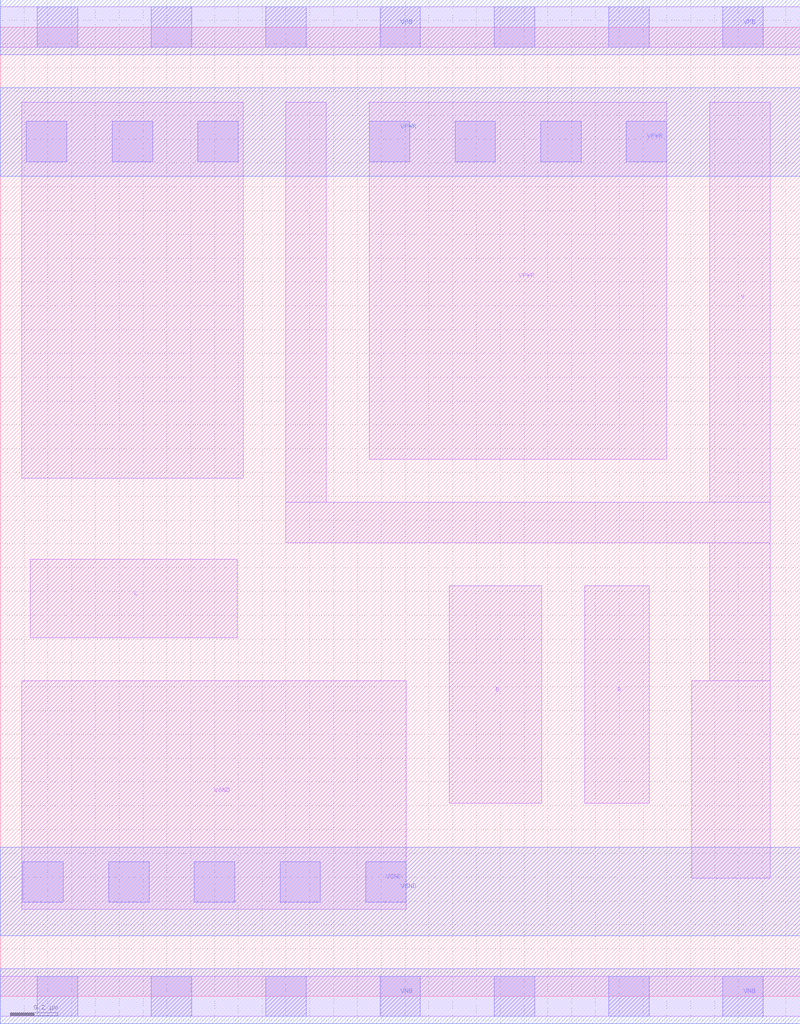
<source format=lef>
# Copyright 2020 The SkyWater PDK Authors
#
# Licensed under the Apache License, Version 2.0 (the "License");
# you may not use this file except in compliance with the License.
# You may obtain a copy of the License at
#
#     https://www.apache.org/licenses/LICENSE-2.0
#
# Unless required by applicable law or agreed to in writing, software
# distributed under the License is distributed on an "AS IS" BASIS,
# WITHOUT WARRANTIES OR CONDITIONS OF ANY KIND, either express or implied.
# See the License for the specific language governing permissions and
# limitations under the License.
#
# SPDX-License-Identifier: Apache-2.0

VERSION 5.7 ;
  NAMESCASESENSITIVE ON ;
  NOWIREEXTENSIONATPIN ON ;
  DIVIDERCHAR "/" ;
  BUSBITCHARS "[]" ;
UNITS
  DATABASE MICRONS 200 ;
END UNITS
MACRO sky130_fd_sc_hvl__nand3_1
  CLASS CORE ;
  SOURCE USER ;
  FOREIGN sky130_fd_sc_hvl__nand3_1 ;
  ORIGIN  0.000000  0.000000 ;
  SIZE  3.360000 BY  4.070000 ;
  SYMMETRY X Y ;
  SITE unithv ;
  PIN A
    ANTENNAGATEAREA  1.125000 ;
    DIRECTION INPUT ;
    USE SIGNAL ;
    PORT
      LAYER li1 ;
        RECT 2.455000 0.810000 2.725000 1.725000 ;
    END
  END A
  PIN B
    ANTENNAGATEAREA  1.125000 ;
    DIRECTION INPUT ;
    USE SIGNAL ;
    PORT
      LAYER li1 ;
        RECT 1.885000 0.810000 2.275000 1.725000 ;
    END
  END B
  PIN C
    ANTENNAGATEAREA  1.125000 ;
    DIRECTION INPUT ;
    USE SIGNAL ;
    PORT
      LAYER li1 ;
        RECT 0.125000 1.505000 0.995000 1.835000 ;
    END
  END C
  PIN Y
    ANTENNADIFFAREA  1.065000 ;
    DIRECTION OUTPUT ;
    USE SIGNAL ;
    PORT
      LAYER li1 ;
        RECT 1.200000 1.905000 3.235000 2.075000 ;
        RECT 1.200000 2.075000 1.370000 3.755000 ;
        RECT 2.905000 0.495000 3.235000 1.325000 ;
        RECT 2.980000 1.325000 3.235000 1.905000 ;
        RECT 2.980000 2.075000 3.235000 3.755000 ;
    END
  END Y
  PIN VGND
    DIRECTION INOUT ;
    USE GROUND ;
    PORT
      LAYER li1 ;
        RECT 0.090000 0.365000 1.705000 1.325000 ;
      LAYER mcon ;
        RECT 0.095000 0.395000 0.265000 0.565000 ;
        RECT 0.455000 0.395000 0.625000 0.565000 ;
        RECT 0.815000 0.395000 0.985000 0.565000 ;
        RECT 1.175000 0.395000 1.345000 0.565000 ;
        RECT 1.535000 0.395000 1.705000 0.565000 ;
      LAYER met1 ;
        RECT 0.000000 0.255000 3.360000 0.625000 ;
    END
  END VGND
  PIN VNB
    DIRECTION INOUT ;
    USE GROUND ;
    PORT
      LAYER li1 ;
        RECT 0.000000 -0.085000 3.360000 0.085000 ;
      LAYER mcon ;
        RECT 0.155000 -0.085000 0.325000 0.085000 ;
        RECT 0.635000 -0.085000 0.805000 0.085000 ;
        RECT 1.115000 -0.085000 1.285000 0.085000 ;
        RECT 1.595000 -0.085000 1.765000 0.085000 ;
        RECT 2.075000 -0.085000 2.245000 0.085000 ;
        RECT 2.555000 -0.085000 2.725000 0.085000 ;
        RECT 3.035000 -0.085000 3.205000 0.085000 ;
      LAYER met1 ;
        RECT 0.000000 -0.115000 3.360000 0.115000 ;
    END
  END VNB
  PIN VPB
    DIRECTION INOUT ;
    USE POWER ;
    PORT
      LAYER li1 ;
        RECT 0.000000 3.985000 3.360000 4.155000 ;
      LAYER mcon ;
        RECT 0.155000 3.985000 0.325000 4.155000 ;
        RECT 0.635000 3.985000 0.805000 4.155000 ;
        RECT 1.115000 3.985000 1.285000 4.155000 ;
        RECT 1.595000 3.985000 1.765000 4.155000 ;
        RECT 2.075000 3.985000 2.245000 4.155000 ;
        RECT 2.555000 3.985000 2.725000 4.155000 ;
        RECT 3.035000 3.985000 3.205000 4.155000 ;
      LAYER met1 ;
        RECT 0.000000 3.955000 3.360000 4.185000 ;
    END
  END VPB
  PIN VPWR
    DIRECTION INOUT ;
    USE POWER ;
    PORT
      LAYER li1 ;
        RECT 0.090000 2.175000 1.020000 3.755000 ;
        RECT 1.550000 2.255000 2.800000 3.755000 ;
      LAYER mcon ;
        RECT 0.110000 3.505000 0.280000 3.675000 ;
        RECT 0.470000 3.505000 0.640000 3.675000 ;
        RECT 0.830000 3.505000 1.000000 3.675000 ;
        RECT 1.550000 3.505000 1.720000 3.675000 ;
        RECT 1.910000 3.505000 2.080000 3.675000 ;
        RECT 2.270000 3.505000 2.440000 3.675000 ;
        RECT 2.630000 3.505000 2.800000 3.675000 ;
      LAYER met1 ;
        RECT 0.000000 3.445000 3.360000 3.815000 ;
    END
  END VPWR
END sky130_fd_sc_hvl__nand3_1

</source>
